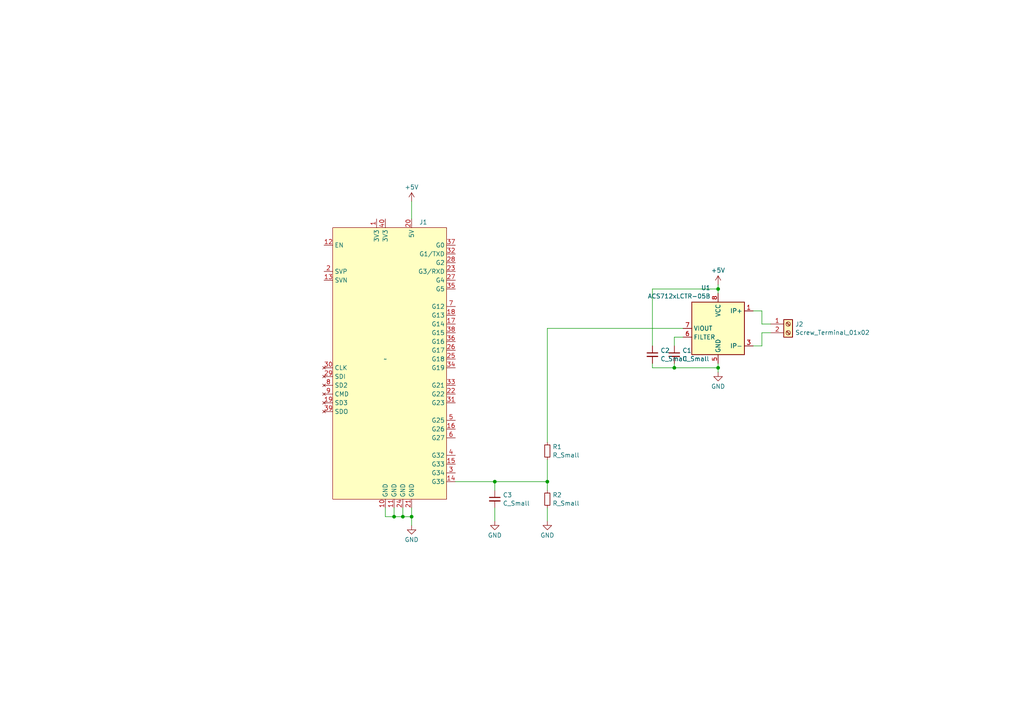
<source format=kicad_sch>
(kicad_sch (version 20230121) (generator eeschema)
  (paper "A4")
  (lib_symbols
    (symbol "Connector:Screw_Terminal_01x02" (pin_names (offset 1.016) hide)
      (property "Reference" "J" (at 0 2.54 0))
      (property "Value" "Screw_Terminal_01x02" (at 0 -5.08 0))
      (symbol "Screw_Terminal_01x02_1_1"
        (rectangle (start -1.27 1.27) (end 1.27 -3.81) (stroke (width 0.254)) (fill (type background)))
        (circle (center 0 -2.54) (radius 0.635) (stroke (width 0.1524)))
        (polyline (pts (xy -0.5334 -2.2098) (xy 0.3302 -3.048)) (stroke (width 0.1524)))
        (polyline (pts (xy -0.5334 0.3302) (xy 0.3302 -0.508)) (stroke (width 0.1524)))
        (polyline (pts (xy -0.3556 -2.032) (xy 0.508 -2.8702)) (stroke (width 0.1524)))
        (polyline (pts (xy -0.3556 0.508) (xy 0.508 -0.3302)) (stroke (width 0.1524)))
        (circle (center 0 0) (radius 0.635) (stroke (width 0.1524)))
        (pin passive line (at -5.08 0 0) (length 3.81) (name "Pin_1") (number "1"))
        (pin passive line (at -5.08 -2.54 0) (length 3.81) (name "Pin_2") (number "2"))
      )
    )
    (symbol "Device:C_Small" (pin_numbers hide) (pin_names (offset 0.254) hide)
      (property "Reference" "C" (at 0.254 1.778 0))
      (property "Value" "C_Small" (at 0.254 -2.032 0))
      (symbol "C_Small_0_1"
        (polyline (pts (xy -1.524 -0.508) (xy 1.524 -0.508)) (stroke (width 0.3302)))
        (polyline (pts (xy -1.524 0.508) (xy 1.524 0.508)) (stroke (width 0.3048)))
      )
      (symbol "C_Small_1_1"
        (pin passive line (at 0 2.54 270) (length 2.032) (name "~") (number "1"))
        (pin passive line (at 0 -2.54 90) (length 2.032) (name "~") (number "2"))
      )
    )
    (symbol "Device:R_Small" (pin_numbers hide) (pin_names (offset 0.254) hide)
      (property "Reference" "R" (at 0.762 0.508 0))
      (property "Value" "R_Small" (at 0.762 -1.016 0))
      (symbol "R_Small_0_1"
        (rectangle (start -0.762 1.778) (end 0.762 -1.778) (stroke (width 0.2032)))
      )
      (symbol "R_Small_1_1"
        (pin passive line (at 0 2.54 270) (length 0.762) (name "~") (number "1"))
        (pin passive line (at 0 -2.54 90) (length 0.762) (name "~") (number "2"))
      )
    )
    (symbol "Sensor_Current:ACS712xLCTR-05B"
      (property "Reference" "U" (at 2.54 11.43 0))
      (property "Value" "ACS712xLCTR-05B" (at 2.54 8.89 0))
      (symbol "ACS712xLCTR-05B_0_1"
        (rectangle (start -7.62 7.62) (end 7.62 -7.62) (stroke (width 0.254)) (fill (type background)))
      )
      (symbol "ACS712xLCTR-05B_1_1"
        (pin passive line (at -10.16 5.08 0) (length 2.54) (name "IP+") (number "1"))
        (pin passive line (at -10.16 5.08 0) (length 2.54) hide (name "IP+") (number "2"))
        (pin passive line (at -10.16 -5.08 0) (length 2.54) (name "IP-") (number "3"))
        (pin passive line (at -10.16 -5.08 0) (length 2.54) hide (name "IP-") (number "4"))
        (pin power_in line (at 0 -10.16 90) (length 2.54) (name "GND") (number "5"))
        (pin passive line (at 10.16 -2.54 180) (length 2.54) (name "FILTER") (number "6"))
        (pin output line (at 10.16 0 180) (length 2.54) (name "VIOUT") (number "7"))
        (pin power_in line (at 0 10.16 270) (length 2.54) (name "VCC") (number "8"))
      )
    )
    (symbol "connectors:ESP32_Relay_X2"
      (property "Reference" "J?" (at -12.7 40.64 0))
      (symbol "ESP32_Relay_X2_1_0"
        (pin power_out line (at 0 -43.18 90) (length 2.54) (name "GND") (number "10"))
        (pin power_out line (at 2.54 -43.18 90) (length 2.54) (name "GND") (number "11"))
        (pin input line (at -17.78 33.02 0) (length 2.54) (name "EN") (number "12"))
        (pin input line (at -17.78 22.86 0) (length 2.54) (name "SVN") (number "13"))
        (pin bidirectional line (at 20.32 -35.56 180) (length 2.54) (name "G35") (number "14"))
        (pin bidirectional line (at 20.32 -30.48 180) (length 2.54) (name "G33") (number "15"))
        (pin bidirectional line (at 20.32 -20.32 180) (length 2.54) (name "G26") (number "16"))
        (pin bidirectional line (at 20.32 10.16 180) (length 2.54) (name "G14") (number "17"))
        (pin bidirectional line (at 20.32 12.7 180) (length 2.54) (name "G13") (number "18"))
        (pin no_connect line (at -17.78 -12.7 0) (length 2.54) (name "SD3") (number "19"))
        (pin power_out line (at 7.62 40.64 270) (length 2.54) (name "5V") (number "20"))
        (pin power_out line (at 7.62 -43.18 90) (length 2.54) (name "GND") (number "21"))
        (pin bidirectional line (at 20.32 -10.16 180) (length 2.54) (name "G22") (number "22"))
        (pin bidirectional line (at 20.32 25.4 180) (length 2.54) (name "G3/RXD") (number "23"))
        (pin power_out line (at 5.08 -43.18 90) (length 2.54) (name "GND") (number "24"))
        (pin bidirectional line (at 20.32 0 180) (length 2.54) (name "G18") (number "25"))
        (pin bidirectional line (at 20.32 2.54 180) (length 2.54) (name "G17") (number "26"))
        (pin bidirectional line (at 20.32 22.86 180) (length 2.54) (name "G4") (number "27"))
        (pin bidirectional line (at 20.32 27.94 180) (length 2.54) (name "G2") (number "28"))
        (pin no_connect line (at -17.78 -5.08 0) (length 2.54) (name "SDI") (number "29"))
        (pin no_connect line (at -17.78 -2.54 0) (length 2.54) (name "CLK") (number "30"))
        (pin bidirectional line (at 20.32 -12.7 180) (length 2.54) (name "G23") (number "31"))
        (pin bidirectional line (at 20.32 30.48 180) (length 2.54) (name "G1/TXD") (number "32"))
        (pin bidirectional line (at 20.32 -7.62 180) (length 2.54) (name "G21") (number "33"))
        (pin bidirectional line (at 20.32 -2.54 180) (length 2.54) (name "G19") (number "34"))
        (pin bidirectional line (at 20.32 20.32 180) (length 2.54) (name "G5") (number "35"))
        (pin bidirectional line (at 20.32 5.08 180) (length 2.54) (name "G16") (number "36"))
        (pin bidirectional line (at 20.32 33.02 180) (length 2.54) (name "G0") (number "37"))
        (pin bidirectional line (at 20.32 7.62 180) (length 2.54) (name "G15") (number "38"))
        (pin no_connect line (at -17.78 -15.24 0) (length 2.54) (name "SDO") (number "39"))
        (pin power_out line (at 0 40.64 270) (length 2.54) (name "3V3") (number "40"))
        (pin bidirectional line (at 20.32 -22.86 180) (length 2.54) (name "G27") (number "6"))
        (pin bidirectional line (at 20.32 15.24 180) (length 2.54) (name "G12") (number "7"))
        (pin no_connect line (at -17.78 -7.62 0) (length 2.54) (name "SD2") (number "8"))
        (pin no_connect line (at -17.78 -10.16 0) (length 2.54) (name "CMD") (number "9"))
      )
      (symbol "ESP32_Relay_X2_1_1"
        (rectangle (start -15.24 38.1) (end 17.78 -40.64) (fill (type background)))
        (pin power_out line (at -2.54 40.64 270) (length 2.54) (name "3V3") (number "1"))
        (pin input line (at -17.78 25.4 0) (length 2.54) (name "SVP") (number "2"))
        (pin bidirectional line (at 20.32 -33.02 180) (length 2.54) (name "G34") (number "3"))
        (pin bidirectional line (at 20.32 -27.94 180) (length 2.54) (name "G32") (number "4"))
        (pin bidirectional line (at 20.32 -17.78 180) (length 2.54) (name "G25") (number "5"))
      )
    )
    (symbol "power:+5V" (power) (pin_names (offset 0))
      (property "Value" "+5V" (at 0 3.556 0))
      (symbol "+5V_0_1"
        (polyline (pts (xy -0.762 1.27) (xy 0 2.54)))
        (polyline (pts (xy 0 0) (xy 0 2.54)))
        (polyline (pts (xy 0 2.54) (xy 0.762 1.27)))
      )
      (symbol "+5V_1_1"
        (pin power_in line (at 0 0 90) (length 0) hide (name "+5V") (number "1"))
      )
    )
    (symbol "power:GND" (power) (pin_names (offset 0))
      (property "Value" "GND" (at 0 -3.81 0))
      (symbol "GND_0_1"
        (polyline (pts (xy 0 0) (xy 0 -1.27) (xy 1.27 -1.27) (xy 0 -2.54) (xy -1.27 -1.27) (xy 0 -1.27)))
      )
      (symbol "GND_1_1"
        (pin power_in line (at 0 0 270) (length 0) hide (name "GND") (number "1"))
      )
    )
  )
  (junction (at 116.84 149.86))
  (junction (at 119.38 149.86))
  (junction (at 158.75 139.7))
  (junction (at 114.3 149.86))
  (junction (at 195.58 106.68))
  (junction (at 208.28 106.68))
  (junction (at 143.51 139.7))
  (junction (at 208.28 83.82))
  (wire (pts (xy 189.23 100.33) (xy 189.23 83.82)))
  (wire (pts (xy 114.3 149.86) (xy 111.76 149.86)))
  (wire (pts (xy 132.08 139.7) (xy 143.51 139.7)))
  (wire (pts (xy 220.98 90.17) (xy 220.98 93.98)))
  (wire (pts (xy 195.58 97.79) (xy 195.58 100.33)))
  (wire (pts (xy 143.51 139.7) (xy 143.51 142.24)))
  (wire (pts (xy 158.75 95.25) (xy 198.12 95.25)))
  (wire (pts (xy 208.28 83.82) (xy 208.28 85.09)))
  (wire (pts (xy 158.75 139.7) (xy 158.75 142.24)))
  (wire (pts (xy 116.84 149.86) (xy 114.3 149.86)))
  (wire (pts (xy 189.23 83.82) (xy 208.28 83.82)))
  (wire (pts (xy 195.58 105.41) (xy 195.58 106.68)))
  (wire (pts (xy 119.38 58.42) (xy 119.38 63.5)))
  (wire (pts (xy 208.28 105.41) (xy 208.28 106.68)))
  (wire (pts (xy 158.75 139.7) (xy 158.75 133.35)))
  (wire (pts (xy 223.52 96.52) (xy 220.98 96.52)))
  (wire (pts (xy 114.3 147.32) (xy 114.3 149.86)))
  (wire (pts (xy 220.98 100.33) (xy 218.44 100.33)))
  (wire (pts (xy 119.38 149.86) (xy 119.38 152.4)))
  (wire (pts (xy 116.84 149.86) (xy 116.84 147.32)))
  (wire (pts (xy 198.12 97.79) (xy 195.58 97.79)))
  (wire (pts (xy 143.51 139.7) (xy 158.75 139.7)))
  (wire (pts (xy 143.51 147.32) (xy 143.51 151.13)))
  (wire (pts (xy 119.38 147.32) (xy 119.38 149.86)))
  (wire (pts (xy 158.75 128.27) (xy 158.75 95.25)))
  (wire (pts (xy 220.98 96.52) (xy 220.98 100.33)))
  (wire (pts (xy 189.23 105.41) (xy 189.23 106.68)))
  (wire (pts (xy 111.76 149.86) (xy 111.76 147.32)))
  (wire (pts (xy 195.58 106.68) (xy 208.28 106.68)))
  (wire (pts (xy 220.98 93.98) (xy 223.52 93.98)))
  (wire (pts (xy 119.38 149.86) (xy 116.84 149.86)))
  (wire (pts (xy 208.28 82.55) (xy 208.28 83.82)))
  (wire (pts (xy 189.23 106.68) (xy 195.58 106.68)))
  (wire (pts (xy 208.28 106.68) (xy 208.28 107.95)))
  (wire (pts (xy 158.75 147.32) (xy 158.75 151.13)))
  (wire (pts (xy 218.44 90.17) (xy 220.98 90.17)))
  (symbol (lib_id "power:+5V") (at 208.28 82.55 0) (unit 1)
    (property "Reference" "#PWR03" (effects hide))
    (property "Value" "+5V" (at 208.28 78.4169 0))
  )
  (symbol (lib_id "power:GND") (at 158.75 151.13 0) (unit 1)
    (property "Reference" "#PWR06" (effects hide))
    (property "Value" "GND" (at 158.75 155.2631 0))
  )
  (symbol (lib_id "power:GND") (at 208.28 107.95 0) (unit 1)
    (property "Reference" "#PWR04" (effects hide))
    (property "Value" "GND" (at 208.28 112.0831 0))
  )
  (symbol (lib_id "power:GND") (at 119.38 152.4 0) (unit 1)
    (property "Reference" "#PWR01" (effects hide))
    (property "Value" "GND" (at 119.38 156.5331 0))
  )
  (symbol (lib_id "Connector:Screw_Terminal_01x02") (at 228.6 93.98 0) (unit 1)
    (property "Reference" "J2" (at 230.632 94.0379 0) (effects (justify left)))
    (property "Value" "Screw_Terminal_01x02" (at 230.632 96.4621 0) (effects (justify left)))
    (property "Footprint" "TerminalBlock:TerminalBlock_Altech_AK300-2_P5.00mm" (effects hide))
  )
  (symbol (lib_id "power:GND") (at 143.51 151.13 0) (unit 1)
    (property "Reference" "#PWR05" (effects hide))
    (property "Value" "GND" (at 143.51 155.2631 0))
  )
  (symbol (lib_id "Device:C_Small") (at 195.58 102.87 0) (unit 1)
    (property "Reference" "C1" (at 197.9041 101.6642 0) (effects (justify left)))
    (property "Value" "C_Small" (at 197.9041 104.0884 0) (effects (justify left)))
    (property "Footprint" "Capacitor_SMD:C_1206_3216Metric_Pad1.33x1.80mm_HandSolder" (effects hide))
  )
  (symbol (lib_id "Device:R_Small") (at 158.75 144.78 0) (unit 1)
    (property "Reference" "R2" (at 160.2486 143.5679 0) (effects (justify left)))
    (property "Value" "R_Small" (at 160.2486 145.9921 0) (effects (justify left)))
    (property "Footprint" "Resistor_THT:R_Axial_DIN0207_L6.3mm_D2.5mm_P10.16mm_Horizontal" (effects hide))
  )
  (symbol (lib_id "Sensor_Current:ACS712xLCTR-05B") (at 208.28 95.25 0) (mirror y) (unit 1)
    (property "Reference" "U1" (at 206.0859 83.4857 0) (effects (justify left)))
    (property "Value" "ACS712xLCTR-05B" (at 206.0859 85.9099 0) (effects (justify left)))
    (property "Footprint" "Package_SO:SOIC-8_3.9x4.9mm_P1.27mm" (effects hide))
    (property "Datasheet" "http://www.allegromicro.com/~/media/Files/Datasheets/ACS712-Datasheet.ashx?la=en" (effects hide))
  )
  (symbol (lib_id "power:+5V") (at 119.38 58.42 0) (unit 1)
    (property "Reference" "#PWR02" (effects hide))
    (property "Value" "+5V" (at 119.38 54.2869 0))
  )
  (symbol (lib_id "Device:R_Small") (at 158.75 130.81 0) (unit 1)
    (property "Reference" "R1" (at 160.2486 129.5979 0) (effects (justify left)))
    (property "Value" "R_Small" (at 160.2486 132.0221 0) (effects (justify left)))
    (property "Footprint" "Resistor_THT:R_Axial_DIN0207_L6.3mm_D2.5mm_P10.16mm_Horizontal" (effects hide))
  )
  (symbol (lib_id "connectors:ESP32_Relay_X2") (at 111.76 104.14 0) (unit 1)
    (property "Reference" "J1" (at 121.5741 64.4469 0) (effects (justify left)))
    (property "Value" "~" (at 111.76 104.14 0))
    (property "Footprint" "custom:ESP32_Relay_X2" (effects hide))
  )
  (symbol (lib_id "Device:C_Small") (at 189.23 102.87 0) (unit 1)
    (property "Reference" "C2" (at 191.5541 101.6642 0) (effects (justify left)))
    (property "Value" "C_Small" (at 191.5541 104.0884 0) (effects (justify left)))
    (property "Footprint" "Capacitor_SMD:C_1206_3216Metric_Pad1.33x1.80mm_HandSolder" (effects hide))
  )
  (symbol (lib_id "Device:C_Small") (at 143.51 144.78 0) (unit 1)
    (property "Reference" "C3" (at 145.8341 143.5742 0) (effects (justify left)))
    (property "Value" "C_Small" (at 145.8341 145.9984 0) (effects (justify left)))
    (property "Footprint" "Capacitor_SMD:C_1206_3216Metric_Pad1.33x1.80mm_HandSolder" (effects hide))
  )
)
</source>
